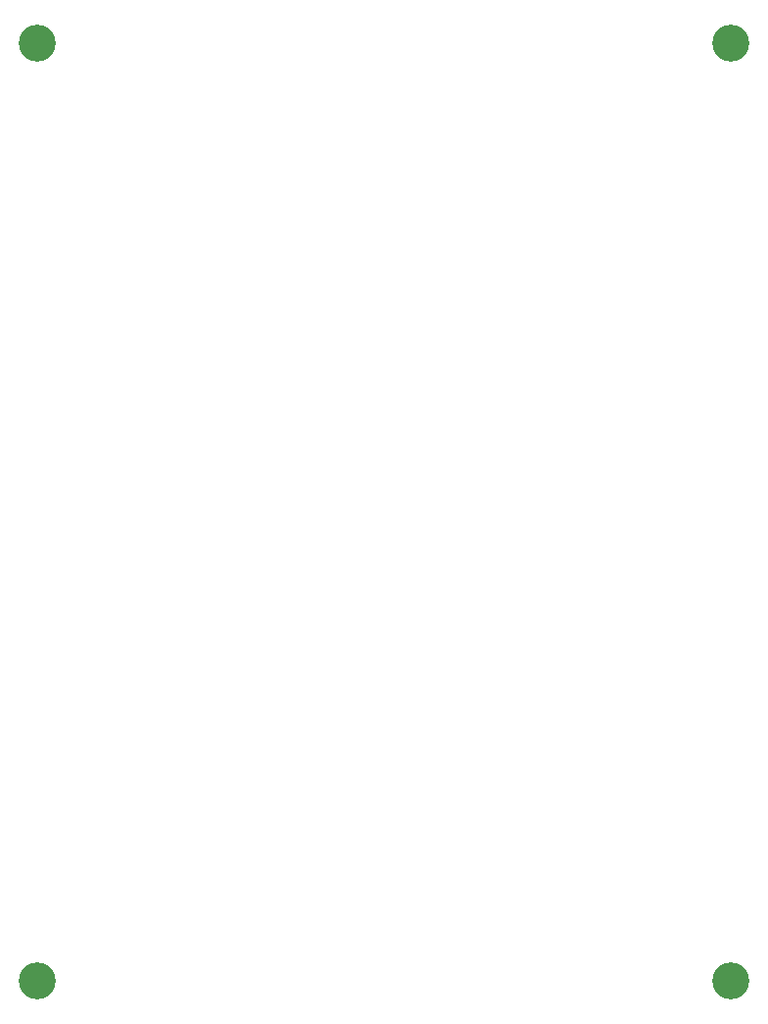
<source format=gbr>
G04 #@! TF.GenerationSoftware,KiCad,Pcbnew,(5.0.0)*
G04 #@! TF.CreationDate,2020-04-25T19:52:07+02:00*
G04 #@! TF.ProjectId,ButtonBoard,427574746F6E426F6172642E6B696361,rev?*
G04 #@! TF.SameCoordinates,Original*
G04 #@! TF.FileFunction,Soldermask,Top*
G04 #@! TF.FilePolarity,Negative*
%FSLAX46Y46*%
G04 Gerber Fmt 4.6, Leading zero omitted, Abs format (unit mm)*
G04 Created by KiCad (PCBNEW (5.0.0)) date 04/25/20 19:52:07*
%MOMM*%
%LPD*%
G01*
G04 APERTURE LIST*
%ADD10C,3.200000*%
G04 APERTURE END LIST*
D10*
G04 #@! TO.C,REF\002A\002A*
X123500000Y-139500000D03*
G04 #@! TD*
G04 #@! TO.C,REF\002A\002A*
X123500000Y-58500000D03*
G04 #@! TD*
G04 #@! TO.C,REF\002A\002A*
X63500000Y-139500000D03*
G04 #@! TD*
G04 #@! TO.C,REF\002A\002A*
X63500000Y-58500000D03*
G04 #@! TD*
M02*

</source>
